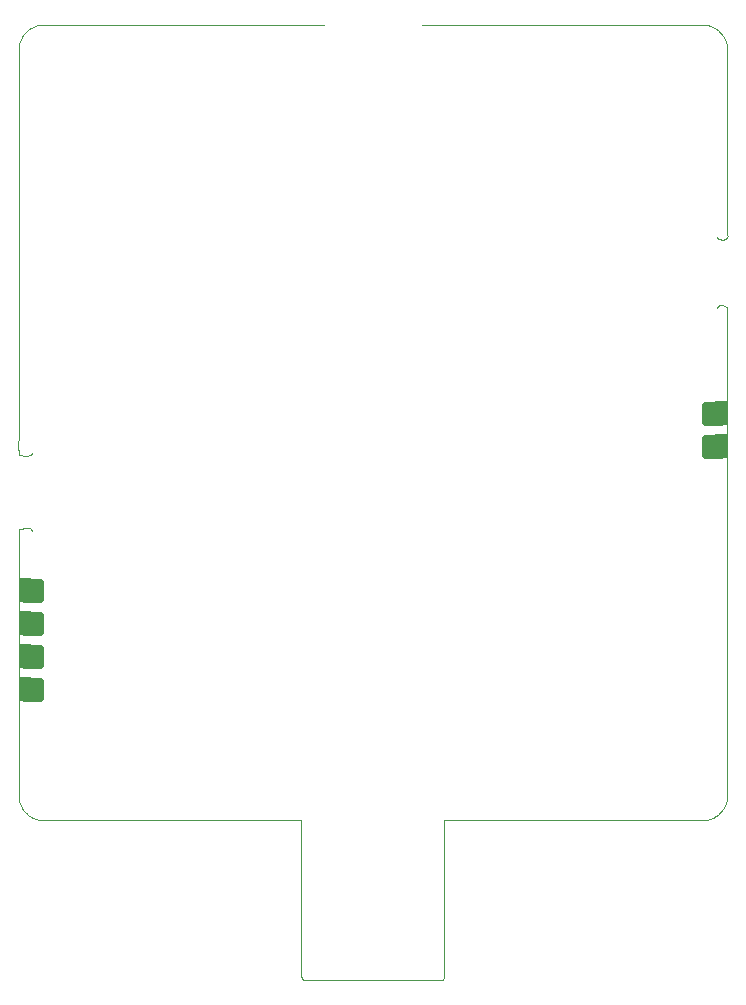
<source format=gbp>
G75*
%MOIN*%
%OFA0B0*%
%FSLAX25Y25*%
%IPPOS*%
%LPD*%
%AMOC8*
5,1,8,0,0,1.08239X$1,22.5*
%
%ADD10C,0.00394*%
%ADD11C,0.02362*%
%ADD12R,0.03937X0.07874*%
D10*
X0033683Y0069482D02*
X0033935Y0069375D01*
X0034187Y0069268D01*
X0034445Y0069173D01*
X0034973Y0069008D01*
X0035242Y0068938D01*
X0035516Y0068882D01*
X0035790Y0068825D01*
X0035927Y0068797D01*
X0035995Y0068783D01*
X0036064Y0068769D01*
X0036379Y0068752D01*
X0036725Y0068738D01*
X0037332Y0068716D01*
X0037593Y0068709D01*
X0113632Y0068709D01*
X0113928Y0068711D01*
X0114142Y0068714D01*
X0114356Y0068717D01*
X0114489Y0068728D02*
X0114621Y0068732D01*
X0115050Y0068737D01*
X0115345Y0068739D01*
X0123062Y0068739D01*
X0123062Y0016439D01*
X0123125Y0016332D02*
X0123355Y0016062D01*
X0123385Y0015991D01*
X0123422Y0015924D01*
X0123465Y0015861D01*
X0123507Y0015798D01*
X0123556Y0015740D01*
X0123663Y0015633D01*
X0123721Y0015584D01*
X0123784Y0015542D01*
X0123847Y0015499D01*
X0123914Y0015463D01*
X0124055Y0015403D01*
X0124129Y0015379D01*
X0124206Y0015363D01*
X0124283Y0015348D01*
X0124362Y0015339D01*
X0169406Y0015339D01*
X0169486Y0015348D01*
X0169562Y0015363D01*
X0169639Y0015379D01*
X0169713Y0015403D01*
X0169854Y0015463D01*
X0169921Y0015499D01*
X0170047Y0015584D01*
X0170106Y0015633D01*
X0170213Y0015740D01*
X0170261Y0015798D01*
X0170304Y0015861D01*
X0170346Y0015924D01*
X0170383Y0015991D01*
X0170413Y0016062D01*
X0170443Y0016132D02*
X0170666Y0016407D01*
X0170706Y0016439D02*
X0170706Y0068739D01*
X0208871Y0068739D01*
X0209166Y0068737D01*
X0209380Y0068735D01*
X0209594Y0068732D01*
X0209727Y0068728D01*
X0209860Y0068717D02*
X0210074Y0068714D01*
X0210288Y0068711D01*
X0210583Y0068709D01*
X0256176Y0068709D01*
X0256436Y0068716D01*
X0256740Y0068727D01*
X0257043Y0068738D01*
X0257389Y0068752D01*
X0257705Y0068769D01*
X0257773Y0068783D01*
X0257842Y0068797D01*
X0257979Y0068825D01*
X0258253Y0068882D01*
X0258527Y0068938D01*
X0258796Y0069008D01*
X0259323Y0069173D01*
X0259582Y0069268D01*
X0259834Y0069375D01*
X0260086Y0069482D01*
X0260332Y0069601D01*
X0260810Y0069862D01*
X0261042Y0070003D01*
X0261266Y0070155D01*
X0261491Y0070307D01*
X0261708Y0070470D01*
X0261916Y0070642D01*
X0262125Y0070814D01*
X0262325Y0070997D01*
X0262516Y0071188D01*
X0262707Y0071379D01*
X0262889Y0071579D01*
X0263062Y0071788D01*
X0263234Y0071996D01*
X0263397Y0072213D01*
X0263549Y0072438D01*
X0263701Y0072662D01*
X0263842Y0072894D01*
X0263972Y0073133D01*
X0264103Y0073372D01*
X0264222Y0073618D01*
X0264329Y0073870D01*
X0264436Y0074122D01*
X0264531Y0074381D01*
X0264613Y0074644D01*
X0264696Y0074908D01*
X0264766Y0075177D01*
X0264822Y0075451D01*
X0264879Y0075725D01*
X0264907Y0075862D01*
X0264921Y0075931D01*
X0264935Y0075999D01*
X0264951Y0076314D01*
X0264966Y0076661D01*
X0264977Y0076964D01*
X0264988Y0077267D01*
X0264994Y0077528D01*
X0264994Y0234039D01*
X0265003Y0236772D01*
X0264994Y0239280D01*
X0264992Y0239971D01*
X0263114Y0240511D01*
X0262443Y0240345D01*
X0261905Y0240213D01*
X0261716Y0239509D01*
X0263088Y0262159D02*
X0262443Y0262345D01*
X0261910Y0262498D01*
X0261716Y0263182D01*
X0263088Y0262159D02*
X0264650Y0262609D01*
X0264994Y0263186D01*
X0265161Y0263465D01*
X0264994Y0263939D01*
X0264994Y0325168D01*
X0264988Y0325429D01*
X0264977Y0325732D01*
X0264966Y0326035D01*
X0264951Y0326381D01*
X0264935Y0326697D01*
X0264921Y0326765D01*
X0264907Y0326834D01*
X0264879Y0326971D01*
X0264766Y0327519D01*
X0264696Y0327788D01*
X0264613Y0328052D01*
X0264531Y0328315D01*
X0264436Y0328574D01*
X0264329Y0328826D01*
X0264222Y0329078D01*
X0264103Y0329324D01*
X0263972Y0329563D01*
X0263842Y0329802D01*
X0263701Y0330034D01*
X0263549Y0330258D01*
X0263397Y0330483D01*
X0263234Y0330700D01*
X0263062Y0330908D01*
X0262889Y0331117D01*
X0262707Y0331317D01*
X0262325Y0331699D01*
X0262125Y0331881D01*
X0261916Y0332054D01*
X0261708Y0332226D01*
X0261491Y0332389D01*
X0261266Y0332541D01*
X0261042Y0332693D01*
X0260810Y0332834D01*
X0260571Y0332964D01*
X0260332Y0333095D01*
X0260086Y0333214D01*
X0259834Y0333321D01*
X0259582Y0333428D01*
X0259323Y0333523D01*
X0259059Y0333606D01*
X0258796Y0333688D01*
X0258527Y0333758D01*
X0258253Y0333814D01*
X0257979Y0333871D01*
X0257842Y0333899D01*
X0257773Y0333913D01*
X0257705Y0333927D01*
X0257389Y0333943D01*
X0257043Y0333958D01*
X0256740Y0333969D01*
X0256436Y0333980D01*
X0256176Y0333986D01*
X0163361Y0333986D01*
X0130622Y0333986D02*
X0037593Y0333986D01*
X0037332Y0333980D01*
X0037028Y0333969D01*
X0036725Y0333958D01*
X0036379Y0333943D01*
X0036064Y0333927D01*
X0035995Y0333913D01*
X0035927Y0333899D01*
X0035790Y0333871D01*
X0035516Y0333814D01*
X0035242Y0333758D01*
X0034973Y0333688D01*
X0034709Y0333606D01*
X0034445Y0333523D01*
X0034187Y0333428D01*
X0033935Y0333321D01*
X0033683Y0333214D01*
X0033437Y0333095D01*
X0033198Y0332964D01*
X0032959Y0332834D01*
X0032727Y0332693D01*
X0032502Y0332541D01*
X0032277Y0332389D01*
X0032061Y0332226D01*
X0031852Y0332054D01*
X0031643Y0331881D01*
X0031443Y0331699D01*
X0031252Y0331508D01*
X0031061Y0331317D01*
X0030879Y0331117D01*
X0030707Y0330908D01*
X0030534Y0330700D01*
X0030372Y0330483D01*
X0030220Y0330258D01*
X0030068Y0330034D01*
X0029926Y0329802D01*
X0029796Y0329563D01*
X0029666Y0329324D01*
X0029547Y0329078D01*
X0029440Y0328826D01*
X0029333Y0328574D01*
X0029237Y0328315D01*
X0029072Y0327788D01*
X0029003Y0327519D01*
X0028946Y0327245D01*
X0028890Y0326971D01*
X0028861Y0326834D01*
X0028847Y0326765D01*
X0028833Y0326697D01*
X0028817Y0326381D01*
X0028802Y0326035D01*
X0028791Y0325732D01*
X0028781Y0325429D01*
X0028774Y0325168D01*
X0028774Y0197833D01*
X0028694Y0192810D01*
X0028774Y0191333D01*
X0028826Y0190369D01*
X0031608Y0190195D01*
X0032537Y0190461D01*
X0033070Y0190613D01*
X0033340Y0191224D01*
X0031608Y0166329D02*
X0028755Y0165833D01*
X0028774Y0164849D01*
X0028813Y0162802D01*
X0028774Y0158065D01*
X0028774Y0077528D01*
X0028781Y0077267D01*
X0028791Y0076964D01*
X0028802Y0076661D01*
X0028817Y0076314D01*
X0028833Y0075999D01*
X0028847Y0075931D01*
X0028861Y0075862D01*
X0028890Y0075725D01*
X0028946Y0075451D01*
X0029003Y0075177D01*
X0029072Y0074908D01*
X0029237Y0074381D01*
X0029333Y0074122D01*
X0029440Y0073870D01*
X0029547Y0073618D01*
X0029666Y0073372D01*
X0029796Y0073133D01*
X0029926Y0072894D01*
X0030068Y0072662D01*
X0030220Y0072438D01*
X0030372Y0072213D01*
X0030534Y0071996D01*
X0030707Y0071788D01*
X0030879Y0071579D01*
X0031061Y0071379D01*
X0031252Y0071188D01*
X0031443Y0070997D01*
X0031643Y0070814D01*
X0031852Y0070642D01*
X0032061Y0070470D01*
X0032277Y0070307D01*
X0032502Y0070155D01*
X0032727Y0070003D01*
X0032959Y0069862D01*
X0033437Y0069601D01*
X0033683Y0069482D01*
X0033340Y0165241D02*
X0033060Y0165823D01*
X0032537Y0166005D01*
X0031608Y0166329D01*
D11*
X0030526Y0148089D02*
X0036038Y0148089D01*
X0036038Y0142577D01*
X0030526Y0142577D01*
X0030526Y0148089D01*
X0030526Y0144938D02*
X0036038Y0144938D01*
X0036038Y0147299D02*
X0030526Y0147299D01*
X0030526Y0137089D02*
X0036038Y0137089D01*
X0036038Y0131577D01*
X0030526Y0131577D01*
X0030526Y0137089D01*
X0030526Y0133938D02*
X0036038Y0133938D01*
X0036038Y0136299D02*
X0030526Y0136299D01*
X0030526Y0126089D02*
X0036038Y0126089D01*
X0036038Y0120577D01*
X0030526Y0120577D01*
X0030526Y0126089D01*
X0030526Y0122938D02*
X0036038Y0122938D01*
X0036038Y0125299D02*
X0030526Y0125299D01*
X0030526Y0115089D02*
X0036038Y0115089D01*
X0036038Y0109577D01*
X0030526Y0109577D01*
X0030526Y0115089D01*
X0030526Y0111938D02*
X0036038Y0111938D01*
X0036038Y0114299D02*
X0030526Y0114299D01*
X0257526Y0190577D02*
X0263038Y0190577D01*
X0257526Y0190577D02*
X0257526Y0196089D01*
X0263038Y0196089D01*
X0263038Y0190577D01*
X0263038Y0192938D02*
X0257526Y0192938D01*
X0257526Y0195299D02*
X0263038Y0195299D01*
X0263038Y0201577D02*
X0257526Y0201577D01*
X0257526Y0207089D01*
X0263038Y0207089D01*
X0263038Y0201577D01*
X0263038Y0203938D02*
X0257526Y0203938D01*
X0257526Y0206299D02*
X0263038Y0206299D01*
D12*
X0262782Y0204333D03*
X0262782Y0193333D03*
X0030782Y0145333D03*
X0030782Y0134333D03*
X0030782Y0123333D03*
X0030782Y0112333D03*
M02*

</source>
